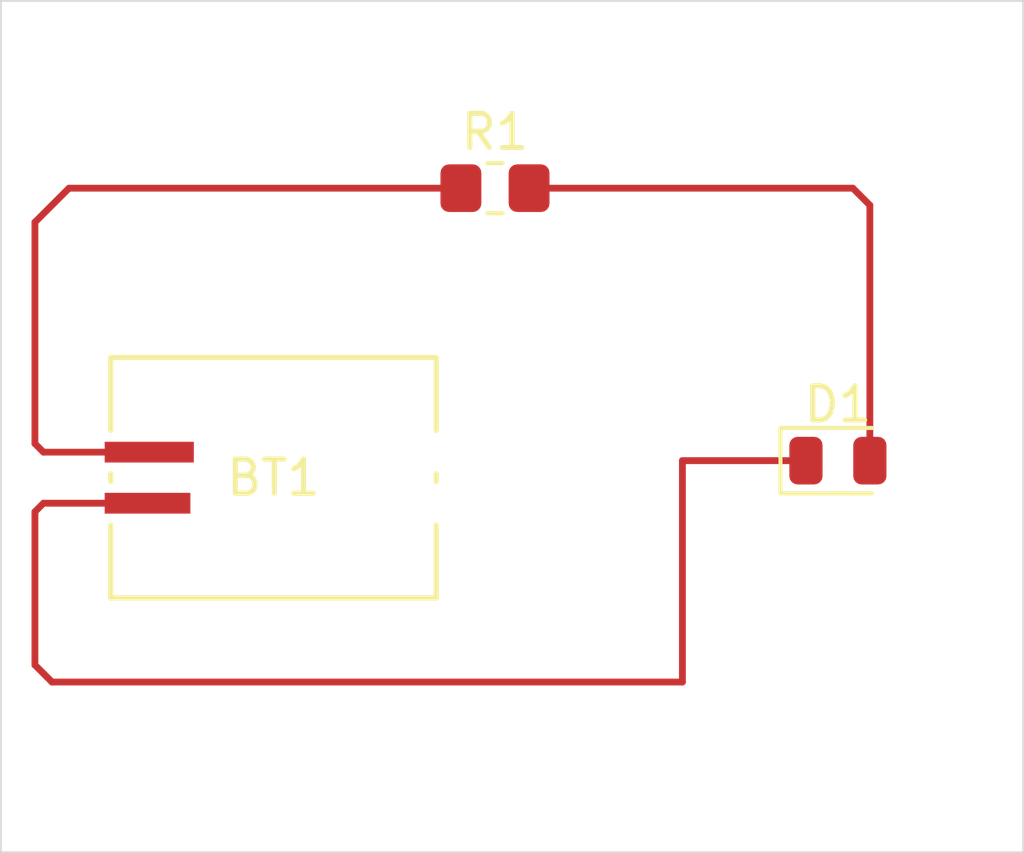
<source format=kicad_pcb>
(kicad_pcb (version 20240108) (generator "pcbnew") (generator_version "8.0")
  (title_block (title "FS_LED_Board_1.0") (date "2024-10-08"))
  (layers (0 "F.Cu" signal) (31 "B.Cu" signal) (34 "B.Paste" user) (35 "F.Paste" user) (36 "B.SilkS" user "B.Silkscreen") (37 "F.SilkS" user "F.Silkscreen") (38 "B.Mask" user) (39 "F.Mask" user) (44 "Edge.Cuts" user))
  (net 0 "")
  (net 1 "Net-(BT1--)")
  (net 2 "Net-(D1-A)")
  (net 3 "Net-(BT1-+)")
  (footprint "FS_3_Global_Footprint_Library:MS621FE-FL11E_SEC" (layer "F.Cu") (at 138 104)
    (property "Reference" "BT1" (at 0 0 0) (layer "F.SilkS"))
    (property "Value" "Battery")
    (fp_line (start -4.7752 -3.5306) (end -4.7752 -1.387541) (stroke (width 0.1524)) (layer "F.SilkS"))
    (fp_line (start -4.7752 -0.112461) (end -4.7752 0.112461) (stroke (width 0.1524)) (layer "F.SilkS"))
    (fp_line (start -4.7752 1.387541) (end -4.7752 3.5306) (stroke (width 0.1524)) (layer "F.SilkS"))
    (fp_line (start -4.7752 3.5306) (end 4.7752 3.5306) (stroke (width 0.1524)) (layer "F.SilkS"))
    (fp_line (start 4.7752 -3.5306) (end -4.7752 -3.5306) (stroke (width 0.1524)) (layer "F.SilkS"))
    (fp_line (start 4.7752 -1.387541) (end 4.7752 -3.5306) (stroke (width 0.1524)) (layer "F.SilkS"))
    (fp_line (start 4.7752 0.112461) (end 4.7752 -0.112461) (stroke (width 0.1524)) (layer "F.SilkS"))
    (fp_line (start 4.7752 3.5306) (end 4.7752 1.387541) (stroke (width 0.1524)) (layer "F.SilkS"))
    (pad "1" smd rect (at -3.6449 -0.750001) (size 2.6162 0.6096) (layers "F.Cu" "F.Paste" "F.Mask") (net 3 "Net-(BT1-+)"))
    (pad "2" smd rect (at -3.6957 0.750001) (size 2.5146 0.6096) (layers "F.Cu" "F.Paste" "F.Mask") (net 1 "Net-(BT1--)"))
  )
  (footprint "LED_SMD:LED_0805_2012Metric" (layer "F.Cu") (at 154.5625 103.5)
    (property "Reference" "D1" (at 0 -1.65 0) (layer "F.SilkS"))
    (property "Value" "LED")
    (fp_line (start -1.685 -0.96) (end -1.685 0.96) (stroke (width 0.12)) (layer "F.SilkS"))
    (fp_line (start -1.685 0.96) (end 1 0.96) (stroke (width 0.12)) (layer "F.SilkS"))
    (fp_line (start 1 -0.96) (end -1.685 -0.96) (stroke (width 0.12)) (layer "F.SilkS"))
    (pad "1" smd roundrect (at -0.9375 0) (size 0.975 1.4) (layers "F.Cu" "F.Paste" "F.Mask") (net 1 "Net-(BT1--)"))
    (pad "2" smd roundrect (at 0.9375 0) (size 0.975 1.4) (layers "F.Cu" "F.Paste" "F.Mask") (net 2 "Net-(D1-A)"))
  )
  (footprint "Resistor_SMD:R_0805_2012Metric_Pad1.20x1.40mm_HandSolder" (layer "F.Cu") (at 144.5 95.5)
    (property "Reference" "R1" (at 0 -1.65 0) (layer "F.SilkS"))
    (property "Value" "R")
    (fp_line (start -0.227064 -0.735) (end 0.227064 -0.735) (stroke (width 0.12)) (layer "F.SilkS"))
    (fp_line (start -0.227064 0.735) (end 0.227064 0.735) (stroke (width 0.12)) (layer "F.SilkS"))
    (pad "1" smd roundrect (at -1 0) (size 1.2 1.4) (layers "F.Cu" "F.Paste" "F.Mask") (roundrect_rratio 0.208333) (net 3 "Net-(BT1-+)"))
    (pad "2" smd roundrect (at 1 0) (size 1.2 1.4) (layers "F.Cu" "F.Paste" "F.Mask") (roundrect_rratio 0.208333) (net 2 "Net-(D1-A)"))
  )
  (gr_rect (start 130 90) (end 160 115) (stroke (width 0.05)) (fill none) (layer "Edge.Cuts"))
  (segment (start 150 110) (end 131.5 110) (width 0.2) (layer "F.Cu") (net 1))
  (segment (start 131.5 110) (end 131 109.5) (width 0.2) (layer "F.Cu") (net 1))
  (segment (start 131.249999 104.750001) (end 134.3043 104.750001) (width 0.2) (layer "F.Cu") (net 1))
  (segment (start 153.625 103.5) (end 150 103.5) (width 0.2) (layer "F.Cu") (net 1))
  (segment (start 131 109.5) (end 131 105) (width 0.2) (layer "F.Cu") (net 1))
  (segment (start 131 105) (end 131.249999 104.750001) (width 0.2) (layer "F.Cu") (net 1))
  (segment (start 150 103.5) (end 150 110) (width 0.2) (layer "F.Cu") (net 1))
  (segment (start 155.5 96) (end 155.5 103.5) (width 0.2) (layer "F.Cu") (net 2))
  (segment (start 145.5 95.5) (end 155 95.5) (width 0.2) (layer "F.Cu") (net 2))
  (segment (start 155 95.5) (end 155.5 96) (width 0.2) (layer "F.Cu") (net 2))
  (segment (start 131 96.5) (end 132 95.5) (width 0.2) (layer "F.Cu") (net 3))
  (segment (start 134.3551 103.249999) (end 131.249999 103.249999) (width 0.2) (layer "F.Cu") (net 3))
  (segment (start 131 103) (end 131 96.5) (width 0.2) (layer "F.Cu") (net 3))
  (segment (start 132 95.5) (end 143.5 95.5) (width 0.2) (layer "F.Cu") (net 3))
  (segment (start 131.249999 103.249999) (end 131 103) (width 0.2) (layer "F.Cu") (net 3))
)
</source>
